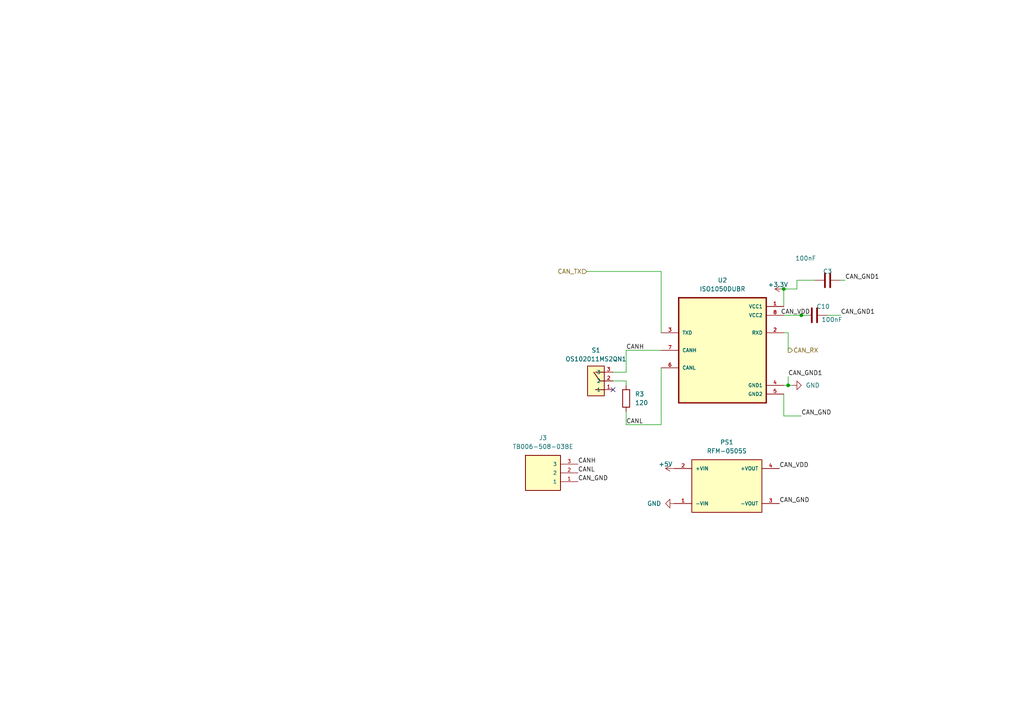
<source format=kicad_sch>
(kicad_sch (version 20230121) (generator eeschema)
  (paper "A4")
  (lib_symbols
    (symbol "Device:C" (pin_numbers hide) (pin_names (offset 0.254))
      (property "Reference" "C" (at 0.635 2.54 0))
      (property "Value" "C" (at 0.635 -2.54 0))
      (symbol "C_0_1"
        (polyline (pts (xy -2.032 -0.762) (xy 2.032 -0.762)) (stroke (width 0.508)))
        (polyline (pts (xy -2.032 0.762) (xy 2.032 0.762)) (stroke (width 0.508)))
      )
      (symbol "C_1_1"
        (pin passive line (at 0 3.81 270) (length 2.794) (name "~") (number "1"))
        (pin passive line (at 0 -3.81 90) (length 2.794) (name "~") (number "2"))
      )
    )
    (symbol "Device:R" (pin_numbers hide) (pin_names (offset 0))
      (property "Reference" "R" (at 2.032 0 90))
      (property "Value" "R" (at 0 0 90))
      (symbol "R_0_1"
        (rectangle (start -1.016 -2.54) (end 1.016 2.54) (stroke (width 0.254)))
      )
      (symbol "R_1_1"
        (pin passive line (at 0 3.81 270) (length 1.27) (name "~") (number "1"))
        (pin passive line (at 0 -3.81 90) (length 1.27) (name "~") (number "2"))
      )
    )
    (symbol "ISO1050DUBR:ISO1050DUBR" (pin_names (offset 1.016))
      (property "Reference" "U" (at -12.7 16.24 0))
      (property "Value" "ISO1050DUBR" (at -12.7 -19.24 0))
      (symbol "ISO1050DUBR_0_0"
        (rectangle (start -12.7 -15.24) (end 12.7 15.24) (stroke (width 0.41)) (fill (type background)))
        (pin power_in line (at 17.78 12.7 180) (length 5.08) (name "VCC1") (number "1"))
        (pin output line (at 17.78 5.08 180) (length 5.08) (name "RXD") (number "2"))
        (pin input line (at -17.78 5.08 0) (length 5.08) (name "TXD") (number "3"))
        (pin power_in line (at 17.78 -10.16 180) (length 5.08) (name "GND1") (number "4"))
        (pin power_in line (at 17.78 -12.7 180) (length 5.08) (name "GND2") (number "5"))
        (pin bidirectional line (at -17.78 -5.08 0) (length 5.08) (name "CANL") (number "6"))
        (pin bidirectional line (at -17.78 0 0) (length 5.08) (name "CANH") (number "7"))
        (pin power_in line (at 17.78 10.16 180) (length 5.08) (name "VCC2") (number "8"))
      )
    )
    (symbol "OS102011MS2QN1:OS102011MS2QN1" (pin_names (offset 1.016))
      (property "Reference" "S" (at -2.5411 5.0822 0))
      (property "Value" "OS102011MS2QN1" (at -2.544 -7.6319 0))
      (symbol "OS102011MS2QN1_0_0"
        (rectangle (start -2.54 -4.318) (end 2.286 4.318) (stroke (width 0.254)) (fill (type background)))
        (polyline (pts (xy -2.54 -2.54) (xy 0 -2.54)) (stroke (width 0.254)))
        (polyline (pts (xy -2.54 0) (xy -1.27 0)) (stroke (width 0.254)))
        (polyline (pts (xy -2.54 2.54) (xy 0 2.54)) (stroke (width 0.254)))
        (polyline (pts (xy -1.27 0) (xy 0.508 -2.54)) (stroke (width 0.254)))
        (pin passive line (at -5.08 2.54 0) (length 2.54) (name "1") (number "1"))
        (pin passive line (at -5.08 0 0) (length 2.54) (name "2") (number "2"))
        (pin passive line (at -5.08 -2.54 0) (length 2.54) (name "3") (number "3"))
      )
    )
    (symbol "RFM-0505S:RFM-0505S" (pin_names (offset 1.016))
      (property "Reference" "PS" (at -10.16 8.89 0))
      (property "Value" "RFM-0505S" (at -10.16 -10.16 0))
      (symbol "RFM-0505S_0_0"
        (rectangle (start -10.16 -7.62) (end 10.16 7.62) (stroke (width 0.254)) (fill (type background)))
        (pin input line (at -15.24 -5.08 0) (length 5.08) (name "-VIN") (number "1"))
        (pin input line (at -15.24 5.08 0) (length 5.08) (name "+VIN") (number "2"))
        (pin output line (at 15.24 -5.08 180) (length 5.08) (name "-VOUT") (number "3"))
        (pin output line (at 15.24 5.08 180) (length 5.08) (name "+VOUT") (number "4"))
      )
    )
    (symbol "TB006-508-03BE:TB006-508-03BE" (pin_names (offset 1.016))
      (property "Reference" "J" (at -5.58 5.08 0))
      (property "Value" "TB006-508-03BE" (at -5.08 -7.62 0))
      (symbol "TB006-508-03BE_0_0"
        (rectangle (start -5.08 -5.08) (end 5.08 5.08) (stroke (width 0.254)) (fill (type background)))
        (pin passive line (at -10.16 2.54 0) (length 5.08) (name "1") (number "1"))
        (pin passive line (at -10.16 0 0) (length 5.08) (name "2") (number "2"))
        (pin passive line (at -10.16 -2.54 0) (length 5.08) (name "3") (number "3"))
      )
    )
    (symbol "power:+3.3V" (power) (pin_names (offset 0))
      (property "Value" "+3.3V" (at 0 3.556 0))
      (symbol "+3.3V_0_1"
        (polyline (pts (xy -0.762 1.27) (xy 0 2.54)))
        (polyline (pts (xy 0 0) (xy 0 2.54)))
        (polyline (pts (xy 0 2.54) (xy 0.762 1.27)))
      )
      (symbol "+3.3V_1_1"
        (pin power_in line (at 0 0 90) (length 0) hide (name "+3.3V") (number "1"))
      )
    )
    (symbol "power:+5V" (power) (pin_names (offset 0))
      (property "Value" "+5V" (at 0 3.556 0))
      (symbol "+5V_0_1"
        (polyline (pts (xy -0.762 1.27) (xy 0 2.54)))
        (polyline (pts (xy 0 0) (xy 0 2.54)))
        (polyline (pts (xy 0 2.54) (xy 0.762 1.27)))
      )
      (symbol "+5V_1_1"
        (pin power_in line (at 0 0 90) (length 0) hide (name "+5V") (number "1"))
      )
    )
    (symbol "power:GND" (power) (pin_names (offset 0))
      (property "Value" "GND" (at 0 -3.81 0))
      (symbol "GND_0_1"
        (polyline (pts (xy 0 0) (xy 0 -1.27) (xy 1.27 -1.27) (xy 0 -2.54) (xy -1.27 -1.27) (xy 0 -1.27)))
      )
      (symbol "GND_1_1"
        (pin power_in line (at 0 0 270) (length 0) hide (name "GND") (number "1"))
      )
    )
  )
  (junction (at 227.33 83.82))
  (junction (at 232.41 91.44))
  (junction (at 228.6 111.76))
  (no_connect (at 177.8 113.03))
  (wire (pts (xy 177.8 107.95) (xy 181.61 107.95)))
  (wire (pts (xy 228.6 111.76) (xy 227.33 111.76)))
  (wire (pts (xy 191.77 78.74) (xy 191.77 96.52)))
  (wire (pts (xy 227.33 91.44) (xy 232.41 91.44)))
  (wire (pts (xy 181.61 110.49) (xy 177.8 110.49)))
  (wire (pts (xy 243.84 81.28) (xy 245.11 81.28)))
  (wire (pts (xy 181.61 107.95) (xy 181.61 101.6)))
  (wire (pts (xy 227.33 88.9) (xy 227.33 83.82)))
  (wire (pts (xy 234.95 91.44) (xy 232.41 91.44)))
  (wire (pts (xy 227.33 120.65) (xy 227.33 114.3)))
  (wire (pts (xy 231.14 83.82) (xy 227.33 83.82)))
  (wire (pts (xy 228.6 109.22) (xy 228.6 111.76)))
  (wire (pts (xy 243.84 91.44) (xy 240.03 91.44)))
  (wire (pts (xy 231.14 81.28) (xy 231.14 83.82)))
  (wire (pts (xy 228.6 96.52) (xy 227.33 96.52)))
  (wire (pts (xy 181.61 119.38) (xy 181.61 123.19)))
  (wire (pts (xy 229.87 111.76) (xy 228.6 111.76)))
  (wire (pts (xy 181.61 110.49) (xy 181.61 111.76)))
  (wire (pts (xy 181.61 101.6) (xy 191.77 101.6)))
  (wire (pts (xy 181.61 123.19) (xy 191.77 123.19)))
  (wire (pts (xy 232.41 120.65) (xy 227.33 120.65)))
  (wire (pts (xy 191.77 106.68) (xy 191.77 123.19)))
  (wire (pts (xy 228.6 101.6) (xy 228.6 96.52)))
  (wire (pts (xy 231.14 81.28) (xy 236.22 81.28)))
  (wire (pts (xy 170.18 78.74) (xy 191.77 78.74)))
  (label "CANL" (at 167.64 137.16 0))
  (label "CAN_GND1" (at 228.6 109.22 0))
  (label "CANH" (at 167.64 134.62 0))
  (label "CANL" (at 181.61 123.19 0))
  (label "CAN_GND" (at 167.64 139.7 0))
  (label "CAN_GND" (at 226.06 146.05 0))
  (label "CAN_VDD" (at 226.06 135.89 0))
  (label "CAN_VDD" (at 234.95 91.44 180))
  (label "CANH" (at 181.61 101.6 0))
  (label "CAN_GND" (at 232.41 120.65 0))
  (label "CAN_GND1" (at 243.84 91.44 0))
  (label "CAN_GND1" (at 245.11 81.28 0))
  (hierarchical_label "CAN_TX" (shape input) (at 170.18 78.74 180))
  (hierarchical_label "CAN_RX" (shape output) (at 228.6 101.6 0))
  (symbol (lib_id "TB006-508-03BE:TB006-508-03BE") (at 157.48 137.16 180) (unit 1)
    (property "Reference" "J3" (at 157.48 127 0))
    (property "Value" "TB006-508-03BE" (at 157.48 129.54 0))
    (property "Footprint" "TB006_508_03BE:CUI_TB006-508-03BE" (effects hide))
    (property "STANDARD" "Manufacturer Recommendations" (effects hide))
    (property "MANUFACTURER" "CUI" (effects hide))
  )
  (symbol (lib_id "Device:R") (at 181.61 115.57 0) (unit 1)
    (property "Reference" "R3" (at 184.15 114.3 0) (effects (justify left)))
    (property "Value" "120" (at 184.15 116.84 0) (effects (justify left)))
  )
  (symbol (lib_id "Device:C") (at 240.03 81.28 90) (unit 1)
    (property "Reference" "C3" (at 240.03 78.74 90))
    (property "Value" "100nF" (at 233.68 74.93 90))
  )
  (symbol (lib_id "power:GND") (at 229.87 111.76 90) (unit 1)
    (property "Reference" "#PWR010" (effects hide))
    (property "Value" "GND" (at 233.68 111.76 90) (effects (justify right)))
    (instances (project "Motor Programmer Rev. 2" (path "" (reference "#PWR010") (unit 1)) (path "" (reference "#PWR030") (unit 1))))
  )
  (symbol (lib_id "power:+5V") (at 195.58 135.89 90) (unit 1)
    (property "Reference" "#PWR030" (effects hide))
    (property "Value" "+5V" (at 193.04 134.62 90))
    (instances (project "Motor Programmer Rev. 2" (path "" (reference "#PWR030") (unit 1)) (path "" (reference "#PWR013") (unit 1))))
  )
  (symbol (lib_id "Device:C") (at 236.22 91.44 90) (unit 1)
    (property "Reference" "C10" (at 238.76 88.9 90))
    (property "Value" "100nF" (at 241.3 92.71 90))
  )
  (symbol (lib_id "ISO1050DUBR:ISO1050DUBR") (at 209.55 101.6 0) (unit 1)
    (property "Reference" "U2" (at 209.55 81.28 0))
    (property "Value" "ISO1050DUBR" (at 209.55 83.82 0))
    (property "Footprint" "ISO1050DUBR:SOP254P1040X485-8N" (effects hide))
  )
  (symbol (lib_id "OS102011MS2QN1:OS102011MS2QN1") (at 172.72 110.49 180) (unit 1)
    (property "Reference" "S1" (at 172.847 101.6 0))
    (property "Value" "OS102011MS2QN1" (at 172.847 104.14 0))
    (property "Footprint" "OS102011MS2QN1:SW_OS102011MS2QN1" (effects hide))
    (property "STANDARD" "MANUFACTURER RECOMMENDATIONS" (effects hide))
    (property "MANUFACTURER" "C&K" (effects hide))
  )
  (symbol (lib_id "power:GND") (at 195.58 146.05 270) (unit 1)
    (property "Reference" "#PWR035" (effects hide))
    (property "Value" "GND" (at 191.77 146.05 90) (effects (justify right)))
  )
  (symbol (lib_id "RFM-0505S:RFM-0505S") (at 210.82 140.97 0) (unit 1)
    (property "Reference" "PS1" (at 210.82 128.27 0))
    (property "Value" "RFM-0505S" (at 210.82 130.81 0))
    (property "Footprint" "RFM_0505S:CONV_RFM-0505S" (effects hide))
    (property "PARTREV" "0" (effects hide))
    (property "STANDARD" "Manufacturer Recommendations" (effects hide))
    (property "MAXIMUM_PACKAGE_HEIGHT" "10mm" (effects hide))
    (property "MANUFACTURER" "Recom" (effects hide))
  )
  (symbol (lib_id "power:+3.3V") (at 227.33 83.82 90) (unit 1)
    (property "Reference" "#PWR013" (effects hide))
    (property "Value" "+3.3V" (at 228.6 82.55 90) (effects (justify left)))
    (instances (project "Motor Programmer Rev. 2" (path "" (reference "#PWR013") (unit 1)) (path "" (reference "#PWR010") (unit 1))))
  )
)
</source>
